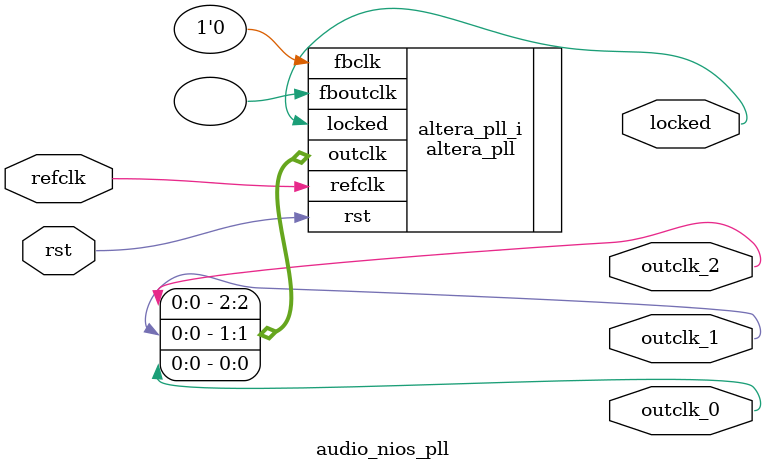
<source format=v>
`timescale 1ns/10ps
module  audio_nios_pll(

	// interface 'refclk'
	input wire refclk,

	// interface 'reset'
	input wire rst,

	// interface 'outclk0'
	output wire outclk_0,

	// interface 'outclk1'
	output wire outclk_1,

	// interface 'outclk2'
	output wire outclk_2,

	// interface 'locked'
	output wire locked
);

	altera_pll #(
		.fractional_vco_multiplier("false"),
		.reference_clock_frequency("50.0 MHz"),
		.operation_mode("normal"),
		.number_of_clocks(3),
		.output_clock_frequency0("100.000000 MHz"),
		.phase_shift0("0 ps"),
		.duty_cycle0(50),
		.output_clock_frequency1("100.000000 MHz"),
		.phase_shift1("7500 ps"),
		.duty_cycle1(50),
		.output_clock_frequency2("10.000000 MHz"),
		.phase_shift2("0 ps"),
		.duty_cycle2(50),
		.output_clock_frequency3("0 MHz"),
		.phase_shift3("0 ps"),
		.duty_cycle3(50),
		.output_clock_frequency4("0 MHz"),
		.phase_shift4("0 ps"),
		.duty_cycle4(50),
		.output_clock_frequency5("0 MHz"),
		.phase_shift5("0 ps"),
		.duty_cycle5(50),
		.output_clock_frequency6("0 MHz"),
		.phase_shift6("0 ps"),
		.duty_cycle6(50),
		.output_clock_frequency7("0 MHz"),
		.phase_shift7("0 ps"),
		.duty_cycle7(50),
		.output_clock_frequency8("0 MHz"),
		.phase_shift8("0 ps"),
		.duty_cycle8(50),
		.output_clock_frequency9("0 MHz"),
		.phase_shift9("0 ps"),
		.duty_cycle9(50),
		.output_clock_frequency10("0 MHz"),
		.phase_shift10("0 ps"),
		.duty_cycle10(50),
		.output_clock_frequency11("0 MHz"),
		.phase_shift11("0 ps"),
		.duty_cycle11(50),
		.output_clock_frequency12("0 MHz"),
		.phase_shift12("0 ps"),
		.duty_cycle12(50),
		.output_clock_frequency13("0 MHz"),
		.phase_shift13("0 ps"),
		.duty_cycle13(50),
		.output_clock_frequency14("0 MHz"),
		.phase_shift14("0 ps"),
		.duty_cycle14(50),
		.output_clock_frequency15("0 MHz"),
		.phase_shift15("0 ps"),
		.duty_cycle15(50),
		.output_clock_frequency16("0 MHz"),
		.phase_shift16("0 ps"),
		.duty_cycle16(50),
		.output_clock_frequency17("0 MHz"),
		.phase_shift17("0 ps"),
		.duty_cycle17(50),
		.pll_type("General"),
		.pll_subtype("General")
	) altera_pll_i (
		.rst	(rst),
		.outclk	({outclk_2, outclk_1, outclk_0}),
		.locked	(locked),
		.fboutclk	( ),
		.fbclk	(1'b0),
		.refclk	(refclk)
	);
endmodule


</source>
